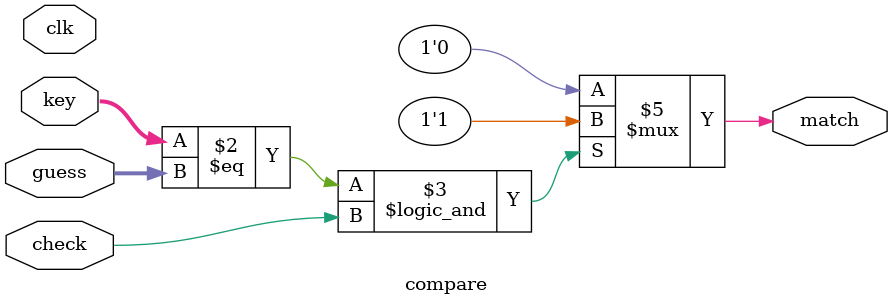
<source format=v>
module compare(guess,key,check,match,clk);
input [7:0] guess, key;
input check,clk;
output reg match;
always @(check) begin
	if((key==guess)&&check) match =1;
	else match=0;
end
endmodule
</source>
